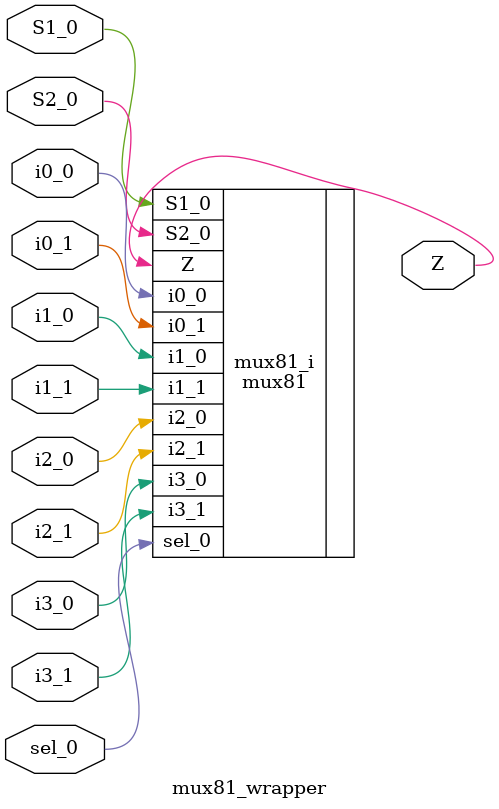
<source format=v>
`timescale 1 ps / 1 ps

module mux81_wrapper
   (S1_0,
    S2_0,
    Z,
    i0_0,
    i0_1,
    i1_0,
    i1_1,
    i2_0,
    i2_1,
    i3_0,
    i3_1,
    sel_0);
  input S1_0;
  input S2_0;
  output Z;
  input i0_0;
  input i0_1;
  input i1_0;
  input i1_1;
  input i2_0;
  input i2_1;
  input i3_0;
  input i3_1;
  input sel_0;

  wire S1_0;
  wire S2_0;
  wire Z;
  wire i0_0;
  wire i0_1;
  wire i1_0;
  wire i1_1;
  wire i2_0;
  wire i2_1;
  wire i3_0;
  wire i3_1;
  wire sel_0;

  mux81 mux81_i
       (.S1_0(S1_0),
        .S2_0(S2_0),
        .Z(Z),
        .i0_0(i0_0),
        .i0_1(i0_1),
        .i1_0(i1_0),
        .i1_1(i1_1),
        .i2_0(i2_0),
        .i2_1(i2_1),
        .i3_0(i3_0),
        .i3_1(i3_1),
        .sel_0(sel_0));
endmodule

</source>
